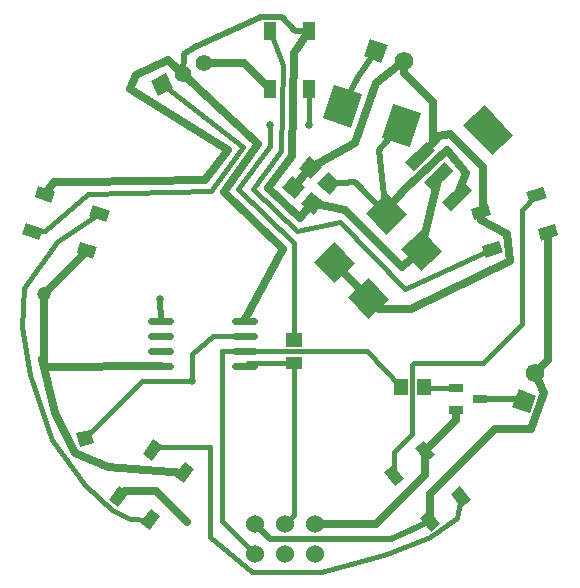
<source format=gtl>
G04 Layer: TopLayer*
G04 EasyEDA v6.4.25, 2021-11-16T21:36:29+01:00*
G04 969fc306525a459593755dfbefa048c4,10*
G04 Gerber Generator version 0.2*
G04 Scale: 100 percent, Rotated: No, Reflected: No *
G04 Dimensions in millimeters *
G04 leading zeros omitted , absolute positions ,4 integer and 5 decimal *
%FSLAX45Y45*%
%MOMM*%

%ADD10C,0.5080*%
%ADD11C,0.6350*%
%ADD12C,0.3810*%
%ADD13C,0.6300*%
%ADD14C,0.6604*%
%ADD17R,1.2500X0.7000*%
%ADD19R,1.3770X1.1325*%
%ADD25C,1.5240*%
%ADD27C,1.5748*%
%ADD29C,1.4000*%
%ADD31C,1.1989*%

%LPD*%
D11*
X-2070354Y858012D02*
G01*
X-1993900Y965200D01*
X-1778000Y965200D01*
X-711200Y977900D01*
X-520700Y1231900D01*
X-1346200Y1752600D01*
X-1295400Y1866900D01*
X-1028700Y1993900D01*
X-901700Y1879600D01*
D12*
X-2177542Y546100D02*
G01*
X-2070100Y546100D01*
X-1701800Y863600D01*
X-660400Y889000D01*
X-393700Y1257300D01*
X-1080007Y1788921D01*
D11*
X-901700Y1879600D02*
G01*
X-266700Y1282700D01*
X-551179Y881887D01*
X-55118Y398526D01*
X-383539Y-215900D01*
D12*
X-1157986Y-1305052D02*
G01*
X-1135634Y-1282700D01*
X-673100Y-1282700D01*
X-673100Y-2044700D01*
X-317500Y-2336800D01*
X266700Y-2336800D01*
X520700Y-2273300D01*
X825500Y-2184400D01*
X1193800Y-2044700D01*
X1422400Y-1879600D01*
X1449255Y-1704375D01*
D10*
X-1089609Y-215900D02*
G01*
X-1092200Y-25400D01*
X-901700Y1879600D02*
G01*
X-889000Y2044700D01*
X-800100Y2108200D01*
X-241300Y2362200D01*
X-63500Y2362200D01*
X46989Y2239010D01*
X165100Y2239010D01*
D12*
X2090927Y851662D02*
G01*
X1968500Y729234D01*
X1968500Y-241300D01*
X1638300Y-571500D01*
X1054100Y-571500D01*
X1041400Y-584200D01*
X1041400Y-1168400D01*
X887476Y-1322323D01*
X887476Y-1521460D01*
X164998Y1748904D02*
G01*
X165100Y1447800D01*
X38100Y-373278D02*
G01*
X38100Y444500D01*
X-431800Y901700D01*
X-165100Y1270000D01*
X-165100Y1447800D01*
D11*
X165100Y2239010D02*
G01*
X41147Y2055876D01*
X25400Y1181100D01*
X-177800Y914400D01*
X90931Y660400D01*
X193294Y784605D01*
D12*
X-165100Y2239010D02*
G01*
X-57404Y1952497D01*
X-69342Y1228344D01*
X-309626Y907795D01*
X63500Y546100D01*
X431800Y622300D01*
X974852Y59436D01*
X1719071Y392937D01*
X-383542Y-342900D02*
G01*
X-647700Y-342900D01*
X-825500Y-495300D01*
X-825500Y-723900D01*
X-825500Y-723900D02*
G01*
X-825500Y-723900D01*
X-1246555Y-723900D01*
X-1729968Y-1207312D01*
D11*
X193200Y784694D02*
G01*
X469900Y723900D01*
X952500Y241300D01*
X1117396Y383448D01*
X35399Y917105D02*
G01*
X175099Y1082205D01*
X668152Y-21051D02*
G01*
X761400Y-114300D01*
X1028700Y-114300D01*
X1866900Y292100D01*
X1841500Y520700D01*
X1622468Y644568D01*
X1622468Y708459D01*
X1264213Y1011618D02*
G01*
X1117396Y383448D01*
X1421129Y843534D02*
G01*
X1498600Y1041400D01*
X1333500Y1231900D01*
X990600Y914400D01*
X818642Y726694D01*
X821689Y692150D01*
X1622552Y708405D02*
G01*
X1638300Y724407D01*
X1638300Y1091692D01*
X1362455Y1368297D01*
X1264412Y1353312D01*
X1219200Y1291589D01*
X1107358Y1179827D02*
G01*
X1219200Y1291668D01*
X1219200Y1638300D01*
X970239Y1887260D01*
X970239Y1988563D01*
X-165100Y1748789D02*
G01*
X-386587Y1970278D01*
X-723392Y1970278D01*
X175005Y1082294D02*
G01*
X558800Y1295400D01*
X736600Y1803400D01*
X970279Y1988565D01*
X-1445892Y-1701421D02*
G01*
X-1395470Y-1651000D01*
X-1130300Y-1651000D01*
X-863600Y-1917700D01*
D12*
X-1607057Y698500D02*
G01*
X-1968500Y457200D01*
X-2247900Y63500D01*
X-2260600Y-266700D01*
X-2197100Y-673100D01*
X-2006600Y-1219200D01*
X-1727200Y-1600200D01*
X-1498600Y-1816100D01*
X-1346200Y-1892300D01*
X-1178813Y-1895347D01*
D11*
X-891031Y-1498854D02*
G01*
X-1536700Y-1447800D01*
X-1816100Y-1333500D01*
X-1981200Y-990600D01*
X-2092705Y-536194D01*
D10*
X-292100Y-1930400D02*
G01*
X-165100Y-2057400D01*
X863600Y-2057400D01*
X1028700Y-1981200D01*
X1189228Y-1907539D01*
D11*
X-1089606Y-596900D02*
G01*
X-2080257Y-601979D01*
X-2080031Y-601751D01*
X-2080031Y13487D01*
X215900Y-1930400D02*
G01*
X736600Y-1930400D01*
X1147571Y-1519428D01*
X1147571Y-1318260D01*
X1189228Y-1907539D02*
G01*
X1189228Y-1680971D01*
X1739900Y-1130300D01*
X2044700Y-1130300D01*
X2159000Y-825500D01*
X2075434Y-655320D01*
D12*
X1138021Y-774700D02*
G01*
X1144625Y-781304D01*
X1411300Y-781304D01*
D11*
X2075434Y-655370D02*
G01*
X2187536Y-543267D01*
X2187536Y536140D01*
D10*
X1988560Y-894039D02*
G01*
X1970821Y-876300D01*
X1611299Y-876300D01*
D11*
X1147587Y-1318257D02*
G01*
X1411300Y-1054544D01*
X1411300Y-971295D01*
D12*
X-383590Y-469900D02*
G01*
X-571500Y-469900D01*
X-571500Y-1905000D01*
X-292100Y-2184400D01*
X-38100Y-1930400D02*
G01*
X38100Y-1854200D01*
X38100Y-566521D01*
X-383590Y-596900D02*
G01*
X-353212Y-566521D01*
X38100Y-566521D01*
X944879Y-774700D02*
G01*
X660400Y-469900D01*
X-383590Y-469900D01*
D11*
X-2080031Y13487D02*
G01*
X-1714370Y379148D01*
X-1714370Y386524D01*
X379557Y279923D02*
G01*
X668152Y-8671D01*
X668152Y-21051D01*
D10*
X332900Y949794D02*
G01*
X558800Y965200D01*
X821674Y692205D01*
X449684Y1604845D02*
G01*
X584200Y1854200D01*
X731560Y2075436D01*
X821674Y692205D02*
G01*
X762000Y1231900D01*
X947315Y1443154D01*
D13*
X-1008608Y-215900D02*
G01*
X-1170609Y-215900D01*
X-1008608Y-342900D02*
G01*
X-1170609Y-342900D01*
X-1008608Y-469900D02*
G01*
X-1170609Y-469900D01*
X-1008608Y-596900D02*
G01*
X-1170609Y-596900D01*
X-302590Y-215900D02*
G01*
X-464591Y-215900D01*
X-302590Y-342900D02*
G01*
X-464591Y-342900D01*
X-302590Y-469900D02*
G01*
X-464591Y-469900D01*
X-302590Y-596900D02*
G01*
X-464591Y-596900D01*
G36*
X95803Y778301D02*
G01*
X182587Y881717D01*
X290596Y791085D01*
X203819Y687666D01*
G37*
G36*
X46012Y820082D02*
G01*
X132796Y923498D01*
X24780Y1014133D01*
X-61996Y910714D01*
G37*
G36*
X272491Y1088598D02*
G01*
X185714Y985179D01*
X77701Y1075817D01*
X164477Y1179230D01*
G37*
G36*
X322285Y1046820D02*
G01*
X235508Y943401D01*
X343522Y852769D01*
X430298Y956182D01*
G37*
G36*
X1019794Y1261818D02*
G01*
X782091Y1339052D01*
X874826Y1624467D01*
X1112530Y1547230D01*
G37*
G36*
X522165Y1423509D02*
G01*
X284462Y1500743D01*
X377197Y1786155D01*
X614900Y1708922D01*
G37*
D17*
G01*
X1411300Y-781304D03*
G01*
X1411300Y-971295D03*
G01*
X1611299Y-876300D03*
G36*
X1001400Y-705850D02*
G01*
X1001400Y-843549D01*
X888146Y-843549D01*
X888146Y-705850D01*
G37*
G36*
X1081399Y-705850D02*
G01*
X1081399Y-843549D01*
X1194653Y-843549D01*
X1194653Y-705850D01*
G37*
G36*
X106949Y-429900D02*
G01*
X-30749Y-429900D01*
X-30749Y-316646D01*
X106949Y-316646D01*
G37*
D19*
G01*
X38100Y-566521D03*
G36*
X214906Y1823951D02*
G01*
X214906Y1673837D01*
X115084Y1673837D01*
X115084Y1823951D01*
G37*
G36*
X-115095Y1823951D02*
G01*
X-115095Y1673837D01*
X-214917Y1673837D01*
X-214917Y1823951D01*
G37*
G36*
X-115095Y2313825D02*
G01*
X-115095Y2163965D01*
X-214917Y2163965D01*
X-214917Y2313825D01*
G37*
G36*
X214906Y2313825D02*
G01*
X214906Y2163965D01*
X115084Y2163965D01*
X115084Y2313825D01*
G37*
G36*
X1805310Y367096D02*
G01*
X1661754Y323207D01*
X1632569Y418665D01*
X1776125Y462554D01*
G37*
G36*
X1708825Y682678D02*
G01*
X1565272Y638789D01*
X1536087Y734247D01*
X1679641Y778139D01*
G37*
G36*
X2177295Y825903D02*
G01*
X2033983Y782088D01*
X2004799Y877549D01*
X2148111Y921362D01*
G37*
G36*
X2273780Y510321D02*
G01*
X2130468Y466506D01*
X2101281Y561967D01*
X2244592Y605779D01*
G37*
G36*
X894420Y-1611287D02*
G01*
X801999Y-1492999D01*
X880661Y-1431541D01*
X973081Y-1549831D01*
G37*
G36*
X1154465Y-1408120D02*
G01*
X1062047Y-1289827D01*
X1140706Y-1228371D01*
X1233126Y-1346662D01*
G37*
G36*
X1456060Y-1794144D02*
G01*
X1363799Y-1676054D01*
X1442458Y-1614596D01*
X1534723Y-1732688D01*
G37*
G36*
X1196017Y-1997313D02*
G01*
X1103754Y-1879224D01*
X1182413Y-1817766D01*
X1274676Y-1935855D01*
G37*
G36*
X-1242369Y-1336390D02*
G01*
X-1154135Y-1214945D01*
X-1073376Y-1273619D01*
X-1161610Y-1395064D01*
G37*
G36*
X-975393Y-1530357D02*
G01*
X-887158Y-1408915D01*
X-806401Y-1467589D01*
X-894636Y-1589034D01*
G37*
G36*
X-1263335Y-1926676D02*
G01*
X-1175247Y-1805437D01*
X-1094491Y-1864111D01*
X-1182575Y-1985350D01*
G37*
G36*
X-1530309Y-1732706D02*
G01*
X-1442224Y-1611467D01*
X-1361467Y-1670141D01*
X-1449552Y-1791378D01*
G37*
G36*
X-1661642Y770168D02*
G01*
X-1519707Y721296D01*
X-1552206Y626912D01*
X-1694141Y675784D01*
G37*
G36*
X-1769082Y458144D02*
G01*
X-1627146Y409272D01*
X-1659643Y314888D01*
X-1801581Y363761D01*
G37*
G36*
X-2232266Y617634D02*
G01*
X-2090572Y568843D01*
X-2123069Y474459D01*
X-2264765Y523250D01*
G37*
G36*
X-2124829Y929655D02*
G01*
X-1983132Y880866D01*
X-2015632Y786483D01*
X-2157328Y835271D01*
G37*
G36*
X981410Y1134168D02*
G01*
X1053020Y1057379D01*
X1233299Y1225491D01*
X1161691Y1302280D01*
G37*
G36*
X1138270Y965956D02*
G01*
X1209880Y889167D01*
X1390159Y1057280D01*
X1318552Y1134069D01*
G37*
G36*
X1295128Y797745D02*
G01*
X1366738Y720956D01*
X1547017Y889071D01*
X1475412Y965860D01*
G37*
G36*
X1712757Y1187874D02*
G01*
X1471330Y1446773D01*
X1651609Y1614886D01*
X1893039Y1355989D01*
G37*
G36*
X553504Y271226D02*
G01*
X376100Y105793D01*
X205607Y288622D01*
X383011Y454055D01*
G37*
G36*
X995621Y683506D02*
G01*
X818215Y518076D01*
X647727Y700905D01*
X825131Y866335D01*
G37*
G36*
X841921Y-32783D02*
G01*
X661657Y-195094D01*
X494383Y-9319D01*
X674646Y152991D01*
G37*
G36*
X1291168Y371716D02*
G01*
X1110902Y209407D01*
X943627Y395183D01*
X1123891Y557491D01*
G37*
D25*
G01*
X-292100Y-2184400D03*
G01*
X-292100Y-1930400D03*
G01*
X-38100Y-2184400D03*
G01*
X-38100Y-1930400D03*
G01*
X215900Y-2184400D03*
G01*
X215900Y-1930400D03*
G36*
X832482Y2122497D02*
G01*
X778619Y1974514D01*
X630638Y2028375D01*
X684496Y2176358D01*
G37*
D27*
G01*
X970239Y1988563D03*
G36*
X-1174048Y1819391D02*
G01*
X-1049312Y1882950D01*
X-985751Y1758210D01*
X-1110490Y1694654D01*
G37*
D29*
G01*
X-901700Y1879600D03*
G01*
X-723498Y1970399D03*
G36*
X-1655826Y-1248399D02*
G01*
X-1771068Y-1281445D01*
X-1804116Y-1166202D01*
X-1688871Y-1133157D01*
G37*
D31*
G01*
X-2080031Y13500D03*
G36*
X1941502Y-793120D02*
G01*
X2089485Y-846980D01*
X2035622Y-994963D01*
X1887641Y-941103D01*
G37*
D27*
G01*
X2075439Y-655360D03*
D14*
G01*
X-863600Y-1917700D03*
G01*
X165100Y1447800D03*
G01*
X-165100Y1447800D03*
G01*
X-1092200Y-25400D03*
G01*
X-825500Y-723900D03*
M02*

</source>
